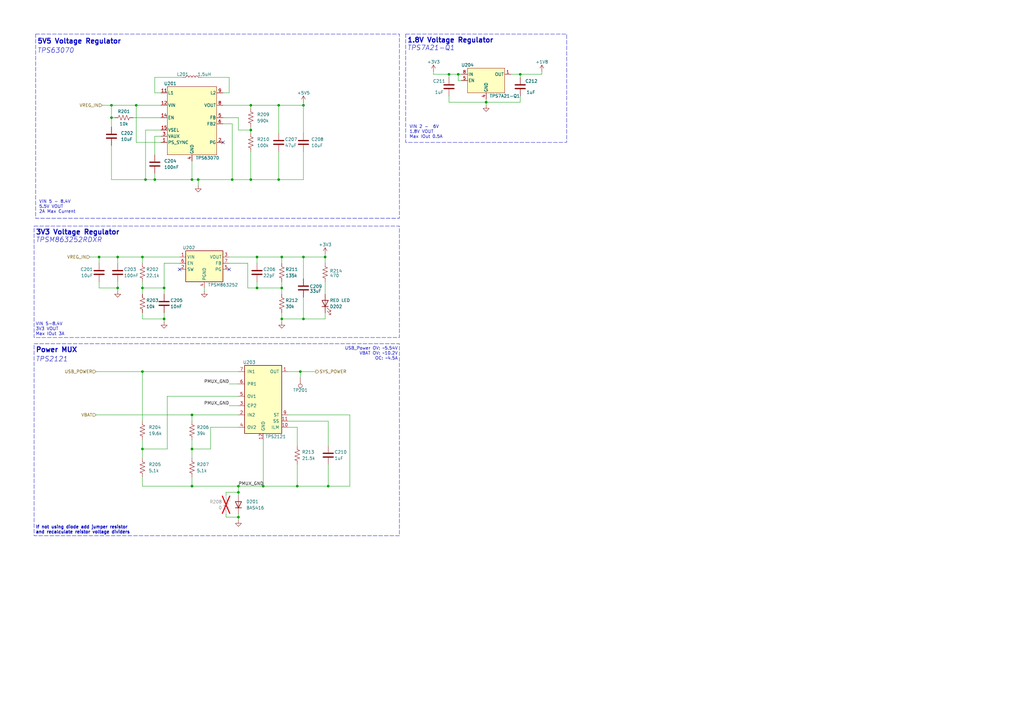
<source format=kicad_sch>
(kicad_sch (version 20250114) (generator "eeschema") (generator_version "9.0")
  (paper "A3")
  (title_block (title "CAM MK3 Power Schematics") (date "2025-12-02") (rev "A") (company "Illinois Space Society") (comment 3 "Andrew Dorman, Mason Miao, Kacper Paraniuk, Azalea Shillington, Mike Hung, Sahir Pagey") (comment 4 "Contributors: Eddie Tang, Rohan Das, Thomas McManamen, Chethan Karandikar, "))
  (lib_symbols
    (symbol "+3V3_3" (power) (pin_numbers (hide yes)) (pin_names (offset 0) (hide yes))
      (property "Value" "+3V3" (at 0 3.556 0))
      (symbol "+3V3_3_0_1"
        (polyline (pts (xy -0.762 1.27) (xy 0 2.54)))
        (polyline (pts (xy 0 2.54) (xy 0.762 1.27)))
        (polyline (pts (xy 0 0) (xy 0 2.54)))
      )
      (symbol "+3V3_3_1_1"
        (pin power_in line (at 0 0 90) (length 0) (name "~") (number "1"))
      )
    )
    (symbol "Connector:TestPoint" (pin_numbers (hide yes)) (pin_names (offset 0.762) (hide yes))
      (property "Reference" "TP" (at 0 6.858 0))
      (property "Value" "TestPoint" (at 0 5.08 0))
      (symbol "TestPoint_0_1"
        (circle (center 0 3.302) (radius 0.762))
      )
      (symbol "TestPoint_1_1"
        (pin passive line (at 0 0 90) (length 2.54) (name "1") (number "1"))
      )
    )
    (symbol "Device:C" (pin_numbers (hide yes)) (pin_names (offset 0.254))
      (property "Reference" "C" (at 0.635 2.54 0))
      (property "Value" "C" (at 0.635 -2.54 0))
      (symbol "C_0_1"
        (polyline (pts (xy -2.032 0.762) (xy 2.032 0.762)) (stroke (width 0.508)))
        (polyline (pts (xy -2.032 -0.762) (xy 2.032 -0.762)) (stroke (width 0.508)))
      )
      (symbol "C_1_1"
        (pin passive line (at 0 3.81 270) (length 2.794) (name "~") (number "1"))
        (pin passive line (at 0 -3.81 90) (length 2.794) (name "~") (number "2"))
      )
    )
    (symbol "Device:D" (pin_numbers (hide yes)) (pin_names (offset 1.016) (hide yes))
      (property "Reference" "D" (at 0 2.54 0))
      (property "Value" "D" (at 0 -2.54 0))
      (symbol "D_0_1"
        (polyline (pts (xy -1.27 1.27) (xy -1.27 -1.27)) (stroke (width 0.254)))
        (polyline (pts (xy 1.27 1.27) (xy 1.27 -1.27) (xy -1.27 0) (xy 1.27 1.27)) (stroke (width 0.254)))
        (polyline (pts (xy 1.27 0) (xy -1.27 0)))
      )
      (symbol "D_1_1"
        (pin passive line (at -3.81 0 0) (length 2.54) (name "K") (number "1"))
        (pin passive line (at 3.81 0 180) (length 2.54) (name "A") (number "2"))
      )
    )
    (symbol "Device:L" (pin_numbers (hide yes)) (pin_names (offset 1.016) (hide yes))
      (property "Reference" "L" (at -1.27 0 90))
      (property "Value" "L" (at 1.905 0 90))
      (symbol "L_0_1"
        (arc (start 0 2.54) (mid 0.6323 1.905) (end 0 1.27))
        (arc (start 0 1.27) (mid 0.6323 0.635) (end 0 0))
        (arc (start 0 0) (mid 0.6323 -0.635) (end 0 -1.27))
        (arc (start 0 -1.27) (mid 0.6323 -1.905) (end 0 -2.54))
      )
      (symbol "L_1_1"
        (pin passive line (at 0 3.81 270) (length 1.27) (name "1") (number "1"))
        (pin passive line (at 0 -3.81 90) (length 1.27) (name "2") (number "2"))
      )
    )
    (symbol "Device:LED" (pin_numbers (hide yes)) (pin_names (offset 1.016) (hide yes))
      (property "Reference" "D" (at 0 2.54 0))
      (property "Value" "LED" (at 0 -2.54 0))
      (symbol "LED_0_1"
        (polyline (pts (xy -3.048 -0.762) (xy -4.572 -2.286) (xy -3.81 -2.286) (xy -4.572 -2.286) (xy -4.572 -1.524)))
        (polyline (pts (xy -1.778 -0.762) (xy -3.302 -2.286) (xy -2.54 -2.286) (xy -3.302 -2.286) (xy -3.302 -1.524)))
        (polyline (pts (xy -1.27 0) (xy 1.27 0)))
        (polyline (pts (xy -1.27 -1.27) (xy -1.27 1.27)) (stroke (width 0.254)))
        (polyline (pts (xy 1.27 -1.27) (xy 1.27 1.27) (xy -1.27 0) (xy 1.27 -1.27)) (stroke (width 0.254)))
      )
      (symbol "LED_1_1"
        (pin passive line (at -3.81 0 0) (length 2.54) (name "K") (number "1"))
        (pin passive line (at 3.81 0 180) (length 2.54) (name "A") (number "2"))
      )
    )
    (symbol "Device:R_US" (pin_numbers (hide yes)) (pin_names (offset 0))
      (property "Reference" "R" (at 2.54 0 90))
      (property "Value" "R_US" (at -2.54 0 90))
      (symbol "R_US_0_1"
        (polyline (pts (xy 0 2.286) (xy 0 2.54)))
        (polyline (pts (xy 0 2.286) (xy 1.016 1.905) (xy 0 1.524) (xy -1.016 1.143) (xy 0 0.762)))
        (polyline (pts (xy 0 0.762) (xy 1.016 0.381) (xy 0 0) (xy -1.016 -0.381) (xy 0 -0.762)))
        (polyline (pts (xy 0 -0.762) (xy 1.016 -1.143) (xy 0 -1.524) (xy -1.016 -1.905) (xy 0 -2.286)))
        (polyline (pts (xy 0 -2.286) (xy 0 -2.54)))
      )
      (symbol "R_US_1_1"
        (pin passive line (at 0 3.81 270) (length 1.27) (name "~") (number "1"))
        (pin passive line (at 0 -3.81 90) (length 1.27) (name "~") (number "2"))
      )
    )
    (symbol "GND_1" (power) (pin_numbers (hide yes)) (pin_names (offset 0) (hide yes))
      (property "Value" "GND" (at 0 -3.81 0))
      (symbol "GND_1_0_1"
        (polyline (pts (xy 0 0) (xy 0 -1.27) (xy 1.27 -1.27) (xy 0 -2.54) (xy -1.27 -1.27) (xy 0 -1.27)))
      )
      (symbol "GND_1_1_1"
        (pin power_in line (at 0 0 270) (length 0) (name "~") (number "1"))
      )
    )
    (symbol "GND_13" (power) (pin_numbers (hide yes)) (pin_names (offset 0) (hide yes))
      (property "Value" "GND" (at 0 -3.81 0))
      (symbol "GND_13_0_1"
        (polyline (pts (xy 0 0) (xy 0 -1.27) (xy 1.27 -1.27) (xy 0 -2.54) (xy -1.27 -1.27) (xy 0 -1.27)))
      )
      (symbol "GND_13_1_1"
        (pin power_in line (at 0 0 270) (length 0) (name "~") (number "1"))
      )
    )
    (symbol "GND_3" (power) (pin_numbers (hide yes)) (pin_names (offset 0) (hide yes))
      (property "Value" "GND" (at 0 -3.81 0))
      (symbol "GND_3_0_1"
        (polyline (pts (xy 0 0) (xy 0 -1.27) (xy 1.27 -1.27) (xy 0 -2.54) (xy -1.27 -1.27) (xy 0 -1.27)))
      )
      (symbol "GND_3_1_1"
        (pin power_in line (at 0 0 270) (length 0) (name "~") (number "1"))
      )
    )
    (symbol "Power_MUX:TPS2121" (pin_names (offset 1.016))
      (property "Reference" "U4" (at -6.35 16.51 0))
      (property "Value" "TPS2121" (at 5.08 -16.51 0))
      (symbol "TPS2121_0_0"
        (rectangle (start -7.62 15.24) (end 7.62 -12.7) (stroke (width 0.254)) (fill (type background)))
        (pin power_in line (at -10.16 12.7 0) (length 2.54) (name "IN1") (number "7"))
        (pin input line (at -10.16 7.62 0) (length 2.54) (name "PR1") (number "6"))
        (pin input line (at -10.16 2.54 0) (length 2.54) (name "OV1") (number "5"))
        (pin input line (at -10.16 -1.27 0) (length 2.54) (name "CP2") (number "3"))
        (pin power_in line (at -10.16 -5.08 0) (length 2.54) (name "IN2") (number "2"))
        (pin input line (at -10.16 -10.16 0) (length 2.54) (name "OV2") (number "4"))
        (pin power_in line (at 0 -15.24 90) (length 2.54) (name "GND") (number "12"))
        (pin output line (at 10.16 -5.08 180) (length 2.54) (name "ST") (number "9"))
        (pin output line (at 10.16 -7.62 180) (length 2.54) (name "SS") (number "11"))
        (pin output line (at 10.16 -10.16 180) (length 2.54) (name "ILM") (number "10"))
      )
      (symbol "TPS2121_1_0"
        (pin power_out line (at 10.16 12.7 180) (length 2.54) (name "OUT") (number "1"))
        (pin power_out line (at 10.16 12.7 180) (length 2.54) (hide yes) (name "OUT") (number "8"))
      )
    )
    (symbol "Regulator_Texas:TI_TPSM863252"
      (property "Reference" "U" (at -6.985 6.35 0))
      (property "Value" "TPSM863252" (at 7.62 -8.89 0))
      (symbol "TI_TPSM863252_1_1"
        (rectangle (start -7.62 5.08) (end 7.62 -7.62) (stroke (width 0.254)) (fill (type background)))
        (pin power_in line (at -10.16 2.54 0) (length 2.54) (name "VIN") (number "1"))
        (pin input line (at -10.16 0 0) (length 2.54) (name "EN") (number "6"))
        (pin unspecified line (at -10.16 -2.54 0) (length 2.54) (name "SW") (number "2"))
        (pin power_in line (at 0 -10.16 90) (length 2.54) (name "PGND") (number "4"))
        (pin power_in line (at 10.16 2.54 180) (length 2.54) (name "VOUT") (number "3"))
        (pin unspecified line (at 10.16 0 180) (length 2.54) (name "FB") (number "7"))
        (pin open_collector line (at 10.16 -2.54 180) (length 2.54) (name "PG") (number "5"))
      )
    )
    (symbol "Regulator_Texas:TPS63070" (pin_names (offset 0.254))
      (property "Reference" "U" (at -10.16 16.51 0))
      (property "Value" "TPS63070" (at 6.35 -13.97 0))
      (symbol "TPS63070_0_1"
        (pin power_in line (at -12.7 7.62 0) (length 2.54) (name "VIN") (number "12"))
        (pin input line (at -12.7 2.54 0) (length 2.54) (name "EN") (number "14"))
        (pin input line (at -12.7 -2.54 0) (length 2.54) (name "VSEL") (number "15"))
        (pin unspecified line (at -12.7 -5.08 0) (length 2.54) (name "VAUX") (number "3"))
        (pin input line (at -12.7 -7.62 0) (length 2.54) (name "PS_SYNC") (number "1"))
        (pin power_in line (at 0 -15.24 90) (length 2.54) (name "GND") (number "4"))
        (pin unspecified line (at 12.7 12.7 180) (length 2.54) (name "L2") (number "9"))
        (pin power_in line (at 12.7 7.62 180) (length 2.54) (name "VOUT") (number "8"))
        (pin output line (at 12.7 2.54 180) (length 2.54) (name "FB") (number "5"))
        (pin input line (at 12.7 0 180) (length 2.54) (name "FB2") (number "6"))
        (pin open_collector line (at 12.7 -7.62 180) (length 2.54) (name "PG") (number "2"))
      )
      (symbol "TPS63070_1_1"
        (rectangle (start -10.16 15.24) (end 10.16 -12.7) (fill (type background)))
        (pin unspecified line (at -12.7 12.7 0) (length 2.54) (name "L1") (number "11"))
        (pin passive line (at -12.7 7.62 0) (length 2.54) (hide yes) (name "VIN") (number "13"))
        (pin passive line (at 0 -15.24 90) (length 2.54) (hide yes) (name "PGND") (number "10"))
        (pin passive line (at 12.7 7.62 180) (length 2.54) (hide yes) (name "VOUT") (number "7"))
      )
    )
    (symbol "Regulator_Texas:TPS7A21-Q1" (pin_names (offset 0.254))
      (property "Reference" "U" (at -7.62 6.35 0))
      (property "Value" "TPS7A21-Q1" (at 7.62 -6.35 0))
      (symbol "TPS7A21-Q1_0_1"
        (pin input line (at -10.16 0 0) (length 2.54) (name "EN") (number "5"))
        (pin power_out line (at 0 -7.62 90) (length 2.54) (name "GND") (number "4"))
      )
      (symbol "TPS7A21-Q1_1_1"
        (rectangle (start -7.62 5.08) (end 7.62 -5.08) (fill (type background)))
        (pin passive line (at -10.16 2.54 0) (length 2.54) (hide yes) (name "IN") (number "7"))
        (pin input line (at -10.16 2.54 0) (length 2.54) (name "IN") (number "8"))
        (pin passive line (at 0 -7.62 90) (length 2.54) (hide yes) (name "EPAD") (number "9"))
        (pin no_connect line (at 7.62 0 180) (length 2.54) (hide yes) (name "NC") (number "3"))
        (pin no_connect line (at 7.62 0 180) (length 2.54) (hide yes) (name "NC") (number "6"))
        (pin output line (at 10.16 2.54 180) (length 2.54) (name "OUT") (number "1"))
        (pin passive line (at 10.16 2.54 180) (length 2.54) (hide yes) (name "OUT") (number "2"))
      )
    )
    (symbol "power:+3V3" (power) (pin_names (offset 0))
      (property "Value" "+3V3" (at 0 3.556 0))
      (symbol "+3V3_0_1"
        (polyline (pts (xy -0.762 1.27) (xy 0 2.54)))
        (polyline (pts (xy 0 2.54) (xy 0.762 1.27)))
        (polyline (pts (xy 0 0) (xy 0 2.54)))
      )
      (symbol "+3V3_1_1"
        (pin power_in line (at 0 0 90) (length 0) (hide yes) (name "+3V3") (number "1"))
      )
    )
    (symbol "power:GND" (power) (pin_names (offset 0))
      (property "Value" "GND" (at 0 -3.81 0))
      (symbol "GND_0_1"
        (polyline (pts (xy 0 0) (xy 0 -1.27) (xy 1.27 -1.27) (xy 0 -2.54) (xy -1.27 -1.27) (xy 0 -1.27)))
      )
      (symbol "GND_1_1"
        (pin power_in line (at 0 0 270) (length 0) (hide yes) (name "GND") (number "1"))
      )
    )
  )
  (rectangle (start 13.97 92.71) (end 163.83 138.43) (stroke (width 0) (type dash)))
  (rectangle (start 14.605 13.97) (end 163.83 89.535) (stroke (width 0) (type dash)))
  (rectangle (start 166.37 13.97) (end 232.41 58.42) (stroke (width 0) (type dash)))
  (rectangle (start 13.97 140.97) (end 163.83 219.71) (stroke (width 0) (type dash)))
  (text "TPS63070" (at 15.24 19.685 0) (effects (font (size 2 2) (italic yes)) (justify left top)))
  (text "USB_Power OV: ~5.54V\nVBAT OV: ~10.2V\nOC: ~4.5A" (at 163.195 142.24 0) (effects (font (size 1.27 1.27)) (justify right top)))
  (text "TPS7A21-Q1" (at 167.005 20.955 0) (effects (font (size 2 2) (italic yes)) (justify left bottom)))
  (text "3V3 Voltage Regulator" (at 14.605 96.52 0) (effects (font (size 2 2) (thickness 0.4) (bold yes)) (justify left bottom)))
  (text "VIN 5-8.4V\n3V3 VOUT\nMax IOut 3A" (at 14.605 137.795 0) (effects (font (size 1.27 1.27)) (justify left bottom)))
  (text "VIN 2 -  6V\n1.8V VOUT\nMax IOut 0.5A" (at 167.894 56.896 0) (effects (font (size 1.27 1.27)) (justify left bottom)))
  (text "1.8V Voltage Regulator" (at 167.005 17.78 0) (effects (font (size 2 2) (thickness 0.4) (bold yes)) (justify left bottom)))
  (text "TPS2121" (at 14.605 148.59 0) (effects (font (size 2 2) (italic yes)) (justify left bottom)))
  (text "Power MUX" (at 14.605 144.78 0) (effects (font (size 2 2) (thickness 0.4) (bold yes)) (justify left bottom)))
  (text "TPSM863252RDXR" (at 14.605 99.695 0) (effects (font (size 2 2) (italic yes)) (justify left bottom)))
  (text "If not using diode add jumper resistor\nand recalculate reistor voltage dividers" (at 14.605 219.075 0) (effects (font (size 1.27 1.27) (bold yes)) (justify left bottom)))
  (text "VIN 5 - 8.4V\n5.5V VOUT\n2A Max Current" (at 16.002 87.63 0) (effects (font (size 1.27 1.27)) (justify left bottom)))
  (text "5V5 Voltage Regulator" (at 15.24 15.875 0) (effects (font (size 2 2) (thickness 0.4) (bold yes)) (justify left top)))
  (junction (at 107.95 199.39))
  (junction (at 48.26 118.11))
  (junction (at 58.42 152.4))
  (junction (at 58.42 105.41))
  (junction (at 123.19 152.4))
  (junction (at 105.41 118.11))
  (junction (at 97.79 201.93))
  (junction (at 114.3 43.18))
  (junction (at 213.36 30.48))
  (junction (at 58.42 118.11))
  (junction (at 67.31 130.81))
  (junction (at 124.46 130.81))
  (junction (at 115.57 118.11))
  (junction (at 67.31 118.11))
  (junction (at 78.74 199.39))
  (junction (at 81.28 73.66))
  (junction (at 45.72 48.26))
  (junction (at 97.79 212.09))
  (junction (at 114.3 73.66))
  (junction (at 55.88 43.18))
  (junction (at 124.46 43.18))
  (junction (at 184.15 30.48))
  (junction (at 45.72 43.18))
  (junction (at 105.41 105.41))
  (junction (at 121.92 199.39))
  (junction (at 102.87 73.66))
  (junction (at 102.87 53.34))
  (junction (at 40.64 105.41))
  (junction (at 78.74 184.15))
  (junction (at 59.69 73.66))
  (junction (at 78.74 73.66))
  (junction (at 48.26 105.41))
  (junction (at 58.42 184.15))
  (junction (at 124.46 105.41))
  (junction (at 187.96 30.48))
  (junction (at 199.39 41.91))
  (junction (at 63.5 73.66))
  (junction (at 133.35 105.41))
  (junction (at 134.62 199.39))
  (junction (at 95.25 73.66))
  (junction (at 102.87 43.18))
  (junction (at 115.57 130.81))
  (junction (at 78.74 170.18))
  (junction (at 115.57 105.41))
  (junction (at 97.79 199.39))
  (no_connect (at 93.98 110.49))
  (no_connect (at 91.44 58.42))
  (no_connect (at 73.66 110.49))
  (wire (pts (xy 124.46 62.23) (xy 124.46 73.66)))
  (wire (pts (xy 124.46 41.91) (xy 124.46 43.18)))
  (wire (pts (xy 107.95 199.39) (xy 121.92 199.39)))
  (wire (pts (xy 121.92 199.39) (xy 134.62 199.39)))
  (wire (pts (xy 115.57 107.95) (xy 115.57 105.41)))
  (wire (pts (xy 48.26 105.41) (xy 48.26 107.95)))
  (wire (pts (xy 105.41 118.11) (xy 101.6 118.11)))
  (wire (pts (xy 213.36 41.91) (xy 199.39 41.91)))
  (wire (pts (xy 81.28 73.66) (xy 78.74 73.66)))
  (wire (pts (xy 39.37 170.18) (xy 78.74 170.18)))
  (wire (pts (xy 63.5 38.1) (xy 66.04 38.1)))
  (wire (pts (xy 58.42 115.57) (xy 58.42 118.11)))
  (wire (pts (xy 58.42 152.4) (xy 58.42 172.72)))
  (wire (pts (xy 40.64 105.41) (xy 48.26 105.41)))
  (wire (pts (xy 134.62 190.5) (xy 134.62 199.39)))
  (wire (pts (xy 68.58 162.56) (xy 97.79 162.56)))
  (wire (pts (xy 134.62 172.72) (xy 134.62 182.88)))
  (wire (pts (xy 124.46 105.41) (xy 133.35 105.41)))
  (wire (pts (xy 86.36 175.26) (xy 97.79 175.26)))
  (wire (pts (xy 39.37 152.4) (xy 58.42 152.4)))
  (wire (pts (xy 91.44 50.8) (xy 95.25 50.8)))
  (wire (pts (xy 45.72 48.26) (xy 45.72 52.07)))
  (wire (pts (xy 58.42 199.39) (xy 78.74 199.39)))
  (wire (pts (xy 67.31 130.81) (xy 67.31 132.08)))
  (wire (pts (xy 93.98 38.1) (xy 93.98 31.75)))
  (wire (pts (xy 97.79 199.39) (xy 107.95 199.39)))
  (wire (pts (xy 55.88 58.42) (xy 66.04 58.42)))
  (wire (pts (xy 63.5 38.1) (xy 63.5 31.75)))
  (wire (pts (xy 93.98 166.37) (xy 97.79 166.37)))
  (wire (pts (xy 101.6 118.11) (xy 101.6 107.95)))
  (wire (pts (xy 184.15 41.91) (xy 199.39 41.91)))
  (wire (pts (xy 102.87 53.34) (xy 102.87 54.61)))
  (wire (pts (xy 58.42 152.4) (xy 97.79 152.4)))
  (wire (pts (xy 105.41 105.41) (xy 115.57 105.41)))
  (wire (pts (xy 114.3 62.23) (xy 114.3 73.66)))
  (wire (pts (xy 118.11 152.4) (xy 123.19 152.4)))
  (wire (pts (xy 63.5 55.88) (xy 63.5 63.5)))
  (wire (pts (xy 107.95 180.34) (xy 107.95 199.39)))
  (wire (pts (xy 114.3 43.18) (xy 114.3 54.61)))
  (wire (pts (xy 222.25 30.48) (xy 222.25 29.21)))
  (wire (pts (xy 78.74 199.39) (xy 97.79 199.39)))
  (wire (pts (xy 92.71 210.82) (xy 92.71 212.09)))
  (wire (pts (xy 58.42 195.58) (xy 58.42 199.39)))
  (wire (pts (xy 184.15 39.37) (xy 184.15 41.91)))
  (wire (pts (xy 45.72 73.66) (xy 59.69 73.66)))
  (wire (pts (xy 63.5 73.66) (xy 78.74 73.66)))
  (wire (pts (xy 133.35 104.14) (xy 133.35 105.41)))
  (wire (pts (xy 124.46 130.81) (xy 124.46 121.92)))
  (wire (pts (xy 48.26 115.57) (xy 48.26 118.11)))
  (wire (pts (xy 58.42 128.27) (xy 58.42 130.81)))
  (wire (pts (xy 115.57 118.11) (xy 115.57 120.65)))
  (wire (pts (xy 124.46 105.41) (xy 124.46 114.3)))
  (wire (pts (xy 67.31 107.95) (xy 73.66 107.95)))
  (wire (pts (xy 78.74 184.15) (xy 86.36 184.15)))
  (wire (pts (xy 97.79 199.39) (xy 97.79 201.93)))
  (wire (pts (xy 59.69 73.66) (xy 63.5 73.66)))
  (wire (pts (xy 45.72 48.26) (xy 45.72 43.18)))
  (wire (pts (xy 121.92 190.5) (xy 121.92 199.39)))
  (wire (pts (xy 58.42 105.41) (xy 73.66 105.41)))
  (wire (pts (xy 97.79 201.93) (xy 92.71 201.93)))
  (wire (pts (xy 63.5 71.12) (xy 63.5 73.66)))
  (wire (pts (xy 187.96 33.02) (xy 187.96 30.48)))
  (wire (pts (xy 91.44 43.18) (xy 102.87 43.18)))
  (wire (pts (xy 213.36 39.37) (xy 213.36 41.91)))
  (wire (pts (xy 97.79 210.82) (xy 97.79 212.09)))
  (wire (pts (xy 58.42 105.41) (xy 58.42 107.95)))
  (wire (pts (xy 97.79 157.48) (xy 93.98 157.48)))
  (wire (pts (xy 93.98 105.41) (xy 105.41 105.41)))
  (wire (pts (xy 48.26 118.11) (xy 48.26 119.38)))
  (wire (pts (xy 78.74 180.34) (xy 78.74 184.15)))
  (wire (pts (xy 67.31 130.81) (xy 67.31 128.27)))
  (wire (pts (xy 97.79 48.26) (xy 91.44 48.26)))
  (wire (pts (xy 123.19 152.4) (xy 129.54 152.4)))
  (wire (pts (xy 105.41 118.11) (xy 115.57 118.11)))
  (wire (pts (xy 82.55 31.75) (xy 93.98 31.75)))
  (wire (pts (xy 54.61 48.26) (xy 66.04 48.26)))
  (wire (pts (xy 58.42 184.15) (xy 68.58 184.15)))
  (wire (pts (xy 118.11 170.18) (xy 143.51 170.18)))
  (wire (pts (xy 222.25 30.48) (xy 213.36 30.48)))
  (wire (pts (xy 143.51 199.39) (xy 143.51 170.18)))
  (wire (pts (xy 86.36 175.26) (xy 86.36 184.15)))
  (wire (pts (xy 134.62 199.39) (xy 143.51 199.39)))
  (wire (pts (xy 40.64 105.41) (xy 40.64 107.95)))
  (wire (pts (xy 58.42 118.11) (xy 58.42 120.65)))
  (wire (pts (xy 92.71 212.09) (xy 97.79 212.09)))
  (wire (pts (xy 58.42 130.81) (xy 67.31 130.81)))
  (wire (pts (xy 115.57 130.81) (xy 124.46 130.81)))
  (wire (pts (xy 40.64 115.57) (xy 40.64 118.11)))
  (wire (pts (xy 97.79 212.09) (xy 97.79 213.36)))
  (wire (pts (xy 78.74 184.15) (xy 78.74 187.96)))
  (wire (pts (xy 78.74 170.18) (xy 97.79 170.18)))
  (wire (pts (xy 102.87 52.07) (xy 102.87 53.34)))
  (wire (pts (xy 81.28 73.66) (xy 95.25 73.66)))
  (wire (pts (xy 114.3 73.66) (xy 124.46 73.66)))
  (wire (pts (xy 133.35 107.95) (xy 133.35 105.41)))
  (wire (pts (xy 48.26 105.41) (xy 58.42 105.41)))
  (wire (pts (xy 58.42 118.11) (xy 67.31 118.11)))
  (wire (pts (xy 97.79 53.34) (xy 97.79 48.26)))
  (wire (pts (xy 115.57 128.27) (xy 115.57 130.81)))
  (wire (pts (xy 184.15 30.48) (xy 184.15 31.75)))
  (wire (pts (xy 133.35 115.57) (xy 133.35 120.65)))
  (wire (pts (xy 93.98 107.95) (xy 101.6 107.95)))
  (wire (pts (xy 59.69 53.34) (xy 66.04 53.34)))
  (wire (pts (xy 95.25 50.8) (xy 95.25 73.66)))
  (wire (pts (xy 41.91 43.18) (xy 45.72 43.18)))
  (wire (pts (xy 78.74 170.18) (xy 78.74 172.72)))
  (wire (pts (xy 92.71 201.93) (xy 92.71 203.2)))
  (wire (pts (xy 83.82 118.11) (xy 83.82 119.38)))
  (wire (pts (xy 67.31 118.11) (xy 67.31 107.95)))
  (wire (pts (xy 115.57 105.41) (xy 124.46 105.41)))
  (wire (pts (xy 114.3 43.18) (xy 124.46 43.18)))
  (wire (pts (xy 36.83 105.41) (xy 40.64 105.41)))
  (wire (pts (xy 187.96 30.48) (xy 189.23 30.48)))
  (wire (pts (xy 46.99 48.26) (xy 45.72 48.26)))
  (wire (pts (xy 68.58 184.15) (xy 68.58 162.56)))
  (wire (pts (xy 102.87 43.18) (xy 102.87 44.45)))
  (wire (pts (xy 115.57 115.57) (xy 115.57 118.11)))
  (wire (pts (xy 97.79 53.34) (xy 102.87 53.34)))
  (wire (pts (xy 63.5 55.88) (xy 66.04 55.88)))
  (wire (pts (xy 102.87 43.18) (xy 114.3 43.18)))
  (wire (pts (xy 58.42 184.15) (xy 58.42 187.96)))
  (wire (pts (xy 45.72 43.18) (xy 55.88 43.18)))
  (wire (pts (xy 91.44 38.1) (xy 93.98 38.1)))
  (wire (pts (xy 123.19 154.94) (xy 123.19 152.4)))
  (wire (pts (xy 105.41 115.57) (xy 105.41 118.11)))
  (wire (pts (xy 199.39 40.64) (xy 199.39 41.91)))
  (wire (pts (xy 55.88 43.18) (xy 66.04 43.18)))
  (wire (pts (xy 105.41 107.95) (xy 105.41 105.41)))
  (wire (pts (xy 133.35 128.27) (xy 133.35 130.81)))
  (wire (pts (xy 177.8 30.48) (xy 184.15 30.48)))
  (wire (pts (xy 97.79 203.2) (xy 97.79 201.93)))
  (wire (pts (xy 124.46 43.18) (xy 124.46 54.61)))
  (wire (pts (xy 187.96 33.02) (xy 189.23 33.02)))
  (wire (pts (xy 67.31 118.11) (xy 67.31 120.65)))
  (wire (pts (xy 213.36 30.48) (xy 213.36 31.75)))
  (wire (pts (xy 177.8 29.21) (xy 177.8 30.48)))
  (wire (pts (xy 124.46 130.81) (xy 133.35 130.81)))
  (wire (pts (xy 78.74 195.58) (xy 78.74 199.39)))
  (wire (pts (xy 118.11 175.26) (xy 121.92 175.26)))
  (wire (pts (xy 102.87 73.66) (xy 114.3 73.66)))
  (wire (pts (xy 199.39 41.91) (xy 199.39 43.18)))
  (wire (pts (xy 40.64 118.11) (xy 48.26 118.11)))
  (wire (pts (xy 102.87 62.23) (xy 102.87 73.66)))
  (wire (pts (xy 184.15 30.48) (xy 187.96 30.48)))
  (wire (pts (xy 81.28 76.2) (xy 81.28 73.66)))
  (wire (pts (xy 78.74 66.04) (xy 78.74 73.66)))
  (wire (pts (xy 118.11 172.72) (xy 134.62 172.72)))
  (wire (pts (xy 59.69 53.34) (xy 59.69 73.66)))
  (wire (pts (xy 121.92 175.26) (xy 121.92 182.88)))
  (wire (pts (xy 115.57 130.81) (xy 115.57 132.08)))
  (wire (pts (xy 45.72 59.69) (xy 45.72 73.66)))
  (wire (pts (xy 58.42 180.34) (xy 58.42 184.15)))
  (wire (pts (xy 95.25 73.66) (xy 102.87 73.66)))
  (wire (pts (xy 55.88 58.42) (xy 55.88 43.18)))
  (wire (pts (xy 209.55 30.48) (xy 213.36 30.48)))
  (wire (pts (xy 63.5 31.75) (xy 74.93 31.75)))
  (label "PMUX_GND" (at 93.98 157.48 180))
  (label "PMUX_GND" (at 93.98 166.37 180))
  (label "PMUX_GND" (at 97.79 199.39 0))
  (hierarchical_label "USB_POWER" (shape input) (at 39.37 152.4 180))
  (hierarchical_label "SYS_POWER" (shape output) (at 129.54 152.4 0))
  (hierarchical_label "VBAT" (shape input) (at 39.37 170.18 180))
  (hierarchical_label "VREG_IN" (shape input) (at 41.91 43.18 180))
  (hierarchical_label "VREG_IN" (shape input) (at 36.83 105.41 180))
  (symbol (lib_id "Device:C") (at 134.62 186.69 180) (unit 1)
    (property "Reference" "C210" (at 137.16 185.42 0) (effects (justify right)))
    (property "Value" "1uF" (at 137.16 187.96 0) (effects (justify right)))
    (property "Footprint" "Capacitor_SMD:C_0603_1608Metric" (effects (hide yes)))
  )
  (symbol (lib_name "GND_3") (lib_id "power:GND") (at 81.28 76.2 0) (unit 1)
    (property "Reference" "#PWR0203" (effects (hide yes)))
    (property "Value" "GND" (effects (hide yes)))
    (property "Description" "Power symbol creates a global label with name \"GND\" , ground" (effects (hide yes)))
  )
  (symbol (lib_id "Device:R_US") (at 58.42 191.77 0) (unit 1)
    (property "Reference" "R205" (at 60.96 190.4999 0) (effects (justify left)))
    (property "Value" "5.1k" (at 60.96 193.0399 0) (effects (justify left)))
    (property "Footprint" "Resistor_SMD:R_0603_1608Metric" (effects (hide yes)))
  )
  (symbol (lib_id "Device:R_US") (at 121.92 186.69 180) (unit 1)
    (property "Reference" "R213" (at 123.825 185.42 0) (effects (justify right)))
    (property "Value" "21.5k" (at 123.825 187.96 0) (effects (justify right)))
    (property "Footprint" "Resistor_SMD:R_0603_1608Metric" (effects (hide yes)))
  )
  (symbol (lib_id "Regulator_Texas:TI_TPSM863252") (at 83.82 107.95 0) (unit 1)
    (property "Reference" "U202" (at 77.47 101.6 0))
    (property "Value" "TPSM863252" (at 91.44 116.84 0))
    (property "Footprint" "Package_QFN:QFN-FCMOD-RDX0007A" (effects (hide yes)))
    (property "Datasheet" "https://www.ti.com/lit/ds/symlink/tpsm863252.pdf" (effects (hide yes)))
    (property "Description" "3A Synchronous Buck Converter, 3-17V Input, 0.6-10V Output, QFN-FCMOD" (effects (hide yes)))
  )
  (symbol (lib_id "Regulator_Texas:TPS63070") (at 78.74 50.8 0) (unit 1)
    (property "Reference" "U201" (at 69.85 34.29 0))
    (property "Value" "TPS63070" (at 85.09 64.77 0))
    (property "Footprint" "Package_VQFN:VQFN-RNM0015A" (effects (hide yes)))
    (property "Datasheet" "https://www.ti.com/lit/gpn/tps63070" (effects (hide yes)))
    (property "Description" "2-V to 16-V Buck-Boost Converter With 3.6-A Switch Current" (effects (hide yes)))
  )
  (symbol (lib_id "Device:C") (at 67.31 124.46 0) (unit 1)
    (property "Reference" "C205" (at 69.85 123.19 0) (effects (justify left)))
    (property "Value" "10nF" (at 69.85 125.73 0) (effects (justify left)))
    (property "Footprint" "Capacitor_SMD:C_0603_1608Metric" (effects (hide yes)))
  )
  (symbol (lib_id "Device:C") (at 63.5 67.31 0) (unit 1)
    (property "Reference" "C204" (at 67.31 66.0399 0) (effects (justify left)))
    (property "Value" "100nF" (at 67.31 68.5799 0) (effects (justify left)))
    (property "Footprint" "Capacitor_SMD:C_0603_1608Metric" (effects (hide yes)))
    (property "Description" "Unpolarized capacitor" (effects (hide yes)))
  )
  (symbol (lib_id "Device:L") (at 78.74 31.75 90) (unit 1)
    (property "Reference" "L201" (at 74.93 30.48 90))
    (property "Value" "1.5uH" (at 83.82 30.48 90))
    (property "Footprint" "Inductor_SMD:L_1008_2520Metric" (effects (hide yes)))
    (property "Description" "https://www.digikey.com/en/products/detail/tdk-corporation/TFM252012ALMA1R5MTAA/7795250" (effects (hide yes)))
  )
  (symbol (lib_id "Device:C") (at 124.46 58.42 0) (unit 1)
    (property "Reference" "C208" (at 127.635 57.15 0) (effects (justify left)))
    (property "Value" "10uF" (at 127.635 59.69 0) (effects (justify left)))
    (property "Footprint" "Capacitor_SMD:C_0603_1608Metric" (effects (hide yes)))
    (property "Description" "Unpolarized capacitor" (effects (hide yes)))
  )
  (symbol (lib_name "GND_1") (lib_id "power:GND") (at 48.26 119.38 0) (unit 1)
    (property "Reference" "#PWR0201" (effects (hide yes)))
    (property "Value" "GND" (effects (hide yes)))
    (property "Description" "Power symbol creates a global label with name \"GND\" , ground" (effects (hide yes)))
  )
  (symbol (lib_name "+3V3_3") (lib_id "power:+3V3") (at 177.8 29.21 0) (unit 1)
    (property "Reference" "#PWR0210" (effects (hide yes)))
    (property "Value" "+3V3" (at 177.8 25.4 0))
    (property "Description" "Power symbol creates a global label with name \"+3V3\"" (effects (hide yes)))
  )
  (symbol (lib_id "Connector:TestPoint") (at 123.19 154.94 180) (unit 1)
    (property "Reference" "TP201" (at 123.19 160.02 0))
    (property "Value" "TestPoint" (effects (hide yes)))
    (property "Footprint" "TestPoint:TestPoint_THTPad_D1.0mm_Drill0.5mm" (effects (hide yes)))
  )
  (symbol (lib_id "Device:C") (at 40.64 111.76 0) (unit 1)
    (property "Reference" "C201" (at 38.1 110.49 0) (effects (justify right)))
    (property "Value" "10uF" (at 38.1 113.03 0) (effects (justify right)))
    (property "Footprint" "Capacitor_SMD:C_0603_1608Metric" (effects (hide yes)))
  )
  (symbol (lib_id "Device:R_US") (at 133.35 111.76 0) (unit 1)
    (property "Reference" "R214" (at 135.255 111.125 0) (effects (justify left)))
    (property "Value" "470" (at 135.255 113.03 0) (effects (justify left)))
    (property "Footprint" "Resistor_SMD:R_0603_1608Metric" (effects (hide yes)))
  )
  (symbol (lib_id "power:+3V3") (at 133.35 104.14 0) (unit 1)
    (property "Reference" "#PWR0209" (effects (hide yes)))
    (property "Value" "+3V3" (at 133.35 100.33 0))
  )
  (symbol (lib_id "Device:R_US") (at 58.42 111.76 0) (unit 1)
    (property "Reference" "R202" (at 59.944 110.49 0) (effects (justify left)))
    (property "Value" "22.1k" (at 59.944 113.03 0) (effects (justify left)))
    (property "Footprint" "Resistor_SMD:R_0603_1608Metric" (effects (hide yes)))
    (property "Description" "Resistor, US symbol" (effects (hide yes)))
  )
  (symbol (lib_id "Device:R_US") (at 50.8 48.26 90) (unit 1)
    (property "Reference" "R201" (at 50.8 45.72 90))
    (property "Value" "10k" (at 50.8 50.8 90))
    (property "Footprint" "Resistor_SMD:R_0603_1608Metric" (effects (hide yes)))
    (property "Description" "Resistor, US symbol" (effects (hide yes)))
  )
  (symbol (lib_id "power:GND") (at 97.79 213.36 0) (unit 1)
    (property "Reference" "#PWR0205" (effects (hide yes)))
    (property "Value" "GND" (effects (hide yes)))
  )
  (symbol (lib_id "Device:R_US") (at 102.87 58.42 0) (unit 1)
    (property "Reference" "R210" (at 105.41 57.1499 0) (effects (justify left)))
    (property "Value" "100k" (at 105.41 59.6899 0) (effects (justify left)))
    (property "Footprint" "Resistor_SMD:R_0603_1608Metric" (effects (hide yes)))
    (property "Description" "Resistor, US symbol" (effects (hide yes)))
  )
  (symbol (lib_id "Device:R_US") (at 92.71 207.01 0) (unit 1) (dnp yes)
    (property "Reference" "R208" (at 91.059 205.7979 0) (effects (justify right)))
    (property "Value" "0" (at 91.059 208.2221 0) (effects (justify right)))
    (property "Footprint" "Resistor_SMD:R_0603_1608Metric" (effects (hide yes)))
  )
  (symbol (lib_id "Device:C") (at 105.41 111.76 0) (unit 1)
    (property "Reference" "C206" (at 107.95 110.49 0) (effects (justify left)))
    (property "Value" "22pF" (at 107.95 113.03 0) (effects (justify left)))
    (property "Footprint" "Capacitor_SMD:C_0603_1608Metric" (effects (hide yes)))
  )
  (symbol (lib_id "Device:C") (at 114.3 58.42 0) (unit 1)
    (property "Reference" "C207" (at 116.84 57.15 0) (effects (justify left)))
    (property "Value" "47uF" (at 116.84 59.69 0) (effects (justify left)))
    (property "Footprint" "Capacitor_SMD:C_0603_1608Metric" (effects (hide yes)))
    (property "Description" "Unpolarized capacitor" (effects (hide yes)))
  )
  (symbol (lib_id "Device:R_US") (at 78.74 191.77 0) (unit 1)
    (property "Reference" "R207" (at 80.645 190.5 0) (effects (justify left)))
    (property "Value" "5.1k" (at 80.645 193.04 0) (effects (justify left)))
    (property "Footprint" "Resistor_SMD:R_0603_1608Metric" (effects (hide yes)))
  )
  (symbol (lib_id "Device:C") (at 48.26 111.76 0) (unit 1)
    (property "Reference" "C203" (at 50.8 110.49 0) (effects (justify left)))
    (property "Value" "100nF" (at 50.8 113.03 0) (effects (justify left)))
    (property "Footprint" "Capacitor_SMD:C_0603_1608Metric" (effects (hide yes)))
  )
  (symbol (lib_id "Power_MUX:TPS2121") (at 107.95 165.1 0) (unit 1)
    (property "Reference" "U203" (at 102.235 148.59 0))
    (property "Value" "TPS2121" (at 113.03 179.07 0))
    (property "Footprint" "Package_DFN_QFN:Texas_VQFN-HR-12_2x2.5mm_P0.5mm" (effects (hide yes)))
    (property "Datasheet" "https://www.ti.com/product/TPS2121" (effects (hide yes)))
  )
  (symbol (lib_id "Device:R_US") (at 102.87 48.26 0) (unit 1)
    (property "Reference" "R209" (at 105.41 46.9899 0) (effects (justify left)))
    (property "Value" "590k" (at 105.41 49.5299 0) (effects (justify left)))
    (property "Footprint" "Resistor_SMD:R_0603_1608Metric" (effects (hide yes)))
    (property "Description" "Resistor, US symbol" (effects (hide yes)))
  )
  (symbol (lib_id "Device:C") (at 213.36 35.56 0) (unit 1)
    (property "Reference" "C212" (at 215.392 33.274 0) (effects (justify left)))
    (property "Value" "1uF" (at 215.9 37.846 0) (effects (justify left)))
    (property "Footprint" "Capacitor_SMD:C_0603_1608Metric" (effects (hide yes)))
    (property "Description" "Unpolarized capacitor" (effects (hide yes)))
  )
  (symbol (lib_id "Device:C") (at 184.15 35.56 0) (unit 1)
    (property "Reference" "C211" (at 177.546 33.274 0) (effects (justify left)))
    (property "Value" "1uF" (at 178.308 37.846 0) (effects (justify left)))
    (property "Footprint" "Capacitor_SMD:C_0603_1608Metric" (effects (hide yes)))
    (property "Description" "Unpolarized capacitor" (effects (hide yes)))
  )
  (symbol (lib_id "Device:R_US") (at 78.74 176.53 0) (unit 1)
    (property "Reference" "R206" (at 80.645 175.26 0) (effects (justify left)))
    (property "Value" "39k" (at 80.645 177.8 0) (effects (justify left)))
    (property "Footprint" "Resistor_SMD:R_0603_1608Metric" (effects (hide yes)))
  )
  (symbol (lib_id "Regulator_Texas:TPS7A21-Q1") (at 199.39 33.02 0) (unit 1)
    (property "Reference" "U204" (at 191.77 26.67 0))
    (property "Value" "TPS7A21-Q1" (at 207.01 39.37 0))
    (property "Footprint" "Package_SON:Texas_DSG0008A_WSON-8-1EP_2x2mm_P0.5mm_EP0.9x1.6mm" (effects (hide yes)))
    (property "Datasheet" "https://www.ti.com/lit/gpn/tps7a21-q1" (effects (hide yes)))
    (property "Description" "Automotive, 500mA, Low-Noise, Low-IQ, High-PSRR LDO, WSON-8" (effects (hide yes)))
  )
  (symbol (lib_id "Device:R_US") (at 58.42 176.53 0) (unit 1)
    (property "Reference" "R204" (at 60.96 175.26 0) (effects (justify left)))
    (property "Value" "19.6k" (at 60.96 177.8 0) (effects (justify left)))
    (property "Footprint" "Resistor_SMD:R_0603_1608Metric" (effects (hide yes)))
  )
  (symbol (lib_id "Device:R_US") (at 58.42 124.46 0) (unit 1)
    (property "Reference" "R203" (at 59.944 123.19 0) (effects (justify left)))
    (property "Value" "10k" (at 59.944 125.73 0) (effects (justify left)))
    (property "Footprint" "Resistor_SMD:R_0603_1608Metric" (effects (hide yes)))
    (property "Description" "Resistor, US symbol" (effects (hide yes)))
  )
  (symbol (lib_name "GND_13") (lib_id "power:GND") (at 199.39 43.18 0) (unit 1)
    (property "Reference" "#PWR0212" (effects (hide yes)))
    (property "Value" "GND" (effects (hide yes)))
    (property "Description" "Power symbol creates a global label with name \"GND\" , ground" (effects (hide yes)))
  )
  (symbol (lib_id "Device:D") (at 97.79 207.01 90) (unit 1)
    (property "Reference" "D201" (at 100.965 205.7399 90) (effects (justify right)))
    (property "Value" "BAS416" (at 100.965 208.2799 90) (effects (justify right)))
    (property "Footprint" "Diode_SMD:D_SOD-323" (effects (hide yes)))
    (property "Datasheet" "https://www.mouser.com/datasheet/2/916/BAS416-1319365.pdf" (effects (hide yes)))
  )
  (symbol (lib_id "Device:C") (at 124.46 118.11 0) (unit 1)
    (property "Reference" "C209" (at 127 117.475 0) (effects (justify left)))
    (property "Value" "33uF" (at 127 119.38 0) (effects (justify left)))
    (property "Footprint" "Capacitor_SMD:C_0805_2012Metric" (effects (hide yes)))
  )
  (symbol (lib_id "Device:R_US") (at 115.57 111.76 0) (unit 1)
    (property "Reference" "R211" (at 117.094 110.49 0) (effects (justify left)))
    (property "Value" "135k" (at 117.094 113.03 0) (effects (justify left)))
    (property "Footprint" "Resistor_SMD:R_0603_1608Metric" (effects (hide yes)))
    (property "Description" "Resistor, US symbol" (effects (hide yes)))
  )
  (symbol (lib_name "GND_1") (lib_id "power:GND") (at 115.57 132.08 0) (unit 1)
    (property "Reference" "#PWR0207" (effects (hide yes)))
    (property "Value" "GND" (effects (hide yes)))
    (property "Description" "Power symbol creates a global label with name \"GND\" , ground" (effects (hide yes)))
  )
  (symbol (lib_id "Device:C") (at 45.72 55.88 0) (unit 1)
    (property "Reference" "C202" (at 49.53 54.6099 0) (effects (justify left)))
    (property "Value" "10uF" (at 49.53 57.1499 0) (effects (justify left)))
    (property "Footprint" "Capacitor_SMD:C_0603_1608Metric" (effects (hide yes)))
    (property "Description" "Unpolarized capacitor" (effects (hide yes)))
  )
  (symbol (lib_name "+3V3_3") (lib_id "power:+3V3") (at 124.46 41.91 0) (unit 1)
    (property "Reference" "#PWR0208" (effects (hide yes)))
    (property "Value" "+5V5" (at 124.46 38.1 0))
    (property "Description" "Power symbol creates a global label with name \"+3V3\"" (effects (hide yes)))
  )
  (symbol (lib_id "Device:R_US") (at 115.57 124.46 0) (unit 1)
    (property "Reference" "R212" (at 117.094 123.19 0) (effects (justify left)))
    (property "Value" "30k" (at 117.094 125.73 0) (effects (justify left)))
    (property "Footprint" "Resistor_SMD:R_0603_1608Metric" (effects (hide yes)))
    (property "Description" "Resistor, US symbol" (effects (hide yes)))
  )
  (symbol (lib_name "GND_1") (lib_id "power:GND") (at 83.82 119.38 0) (unit 1)
    (property "Reference" "#PWR0204" (effects (hide yes)))
    (property "Value" "GND" (effects (hide yes)))
    (property "Description" "Power symbol creates a global label with name \"GND\" , ground" (effects (hide yes)))
  )
  (symbol (lib_name "+3V3_3") (lib_id "power:+3V3") (at 222.25 29.21 0) (unit 1)
    (property "Reference" "#PWR0214" (effects (hide yes)))
    (property "Value" "+1V8" (at 222.25 25.4 0))
    (property "Description" "Power symbol creates a global label with name \"+3V3\"" (effects (hide yes)))
  )
  (symbol (lib_name "GND_1") (lib_id "power:GND") (at 67.31 132.08 0) (unit 1)
    (property "Reference" "#PWR0202" (effects (hide yes)))
    (property "Value" "GND" (effects (hide yes)))
    (property "Description" "Power symbol creates a global label with name \"GND\" , ground" (effects (hide yes)))
  )
  (symbol (lib_id "Device:LED") (at 133.35 124.46 90) (unit 1)
    (property "Reference" "D202" (at 135.255 125.73 90) (effects (justify right)))
    (property "Value" "RED LED" (at 135.255 123.19 90) (effects (justify right)))
    (property "Footprint" "LED_SMD:LED_0603_1608Metric" (effects (hide yes)))
    (property "Datasheet" "http://www.us.kingbright.com/images/catalog/SPEC/APT1608SURCK.pdf" (effects (hide yes)))
  )
)
</source>
